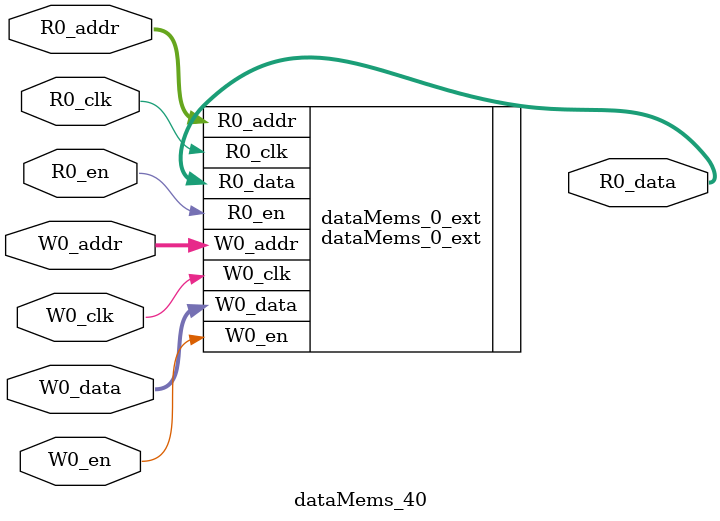
<source format=sv>
`ifndef RANDOMIZE
  `ifdef RANDOMIZE_REG_INIT
    `define RANDOMIZE
  `endif // RANDOMIZE_REG_INIT
`endif // not def RANDOMIZE
`ifndef RANDOMIZE
  `ifdef RANDOMIZE_MEM_INIT
    `define RANDOMIZE
  `endif // RANDOMIZE_MEM_INIT
`endif // not def RANDOMIZE

`ifndef RANDOM
  `define RANDOM $random
`endif // not def RANDOM

// Users can define 'PRINTF_COND' to add an extra gate to prints.
`ifndef PRINTF_COND_
  `ifdef PRINTF_COND
    `define PRINTF_COND_ (`PRINTF_COND)
  `else  // PRINTF_COND
    `define PRINTF_COND_ 1
  `endif // PRINTF_COND
`endif // not def PRINTF_COND_

// Users can define 'ASSERT_VERBOSE_COND' to add an extra gate to assert error printing.
`ifndef ASSERT_VERBOSE_COND_
  `ifdef ASSERT_VERBOSE_COND
    `define ASSERT_VERBOSE_COND_ (`ASSERT_VERBOSE_COND)
  `else  // ASSERT_VERBOSE_COND
    `define ASSERT_VERBOSE_COND_ 1
  `endif // ASSERT_VERBOSE_COND
`endif // not def ASSERT_VERBOSE_COND_

// Users can define 'STOP_COND' to add an extra gate to stop conditions.
`ifndef STOP_COND_
  `ifdef STOP_COND
    `define STOP_COND_ (`STOP_COND)
  `else  // STOP_COND
    `define STOP_COND_ 1
  `endif // STOP_COND
`endif // not def STOP_COND_

// Users can define INIT_RANDOM as general code that gets injected into the
// initializer block for modules with registers.
`ifndef INIT_RANDOM
  `define INIT_RANDOM
`endif // not def INIT_RANDOM

// If using random initialization, you can also define RANDOMIZE_DELAY to
// customize the delay used, otherwise 0.002 is used.
`ifndef RANDOMIZE_DELAY
  `define RANDOMIZE_DELAY 0.002
`endif // not def RANDOMIZE_DELAY

// Define INIT_RANDOM_PROLOG_ for use in our modules below.
`ifndef INIT_RANDOM_PROLOG_
  `ifdef RANDOMIZE
    `ifdef VERILATOR
      `define INIT_RANDOM_PROLOG_ `INIT_RANDOM
    `else  // VERILATOR
      `define INIT_RANDOM_PROLOG_ `INIT_RANDOM #`RANDOMIZE_DELAY begin end
    `endif // VERILATOR
  `else  // RANDOMIZE
    `define INIT_RANDOM_PROLOG_
  `endif // RANDOMIZE
`endif // not def INIT_RANDOM_PROLOG_

// Include register initializers in init blocks unless synthesis is set
`ifndef SYNTHESIS
  `ifndef ENABLE_INITIAL_REG_
    `define ENABLE_INITIAL_REG_
  `endif // not def ENABLE_INITIAL_REG_
`endif // not def SYNTHESIS

// Include rmemory initializers in init blocks unless synthesis is set
`ifndef SYNTHESIS
  `ifndef ENABLE_INITIAL_MEM_
    `define ENABLE_INITIAL_MEM_
  `endif // not def ENABLE_INITIAL_MEM_
`endif // not def SYNTHESIS

module dataMems_40(	// @[generators/ara/src/main/scala/UnsafeAXI4ToTL.scala:365:62]
  input  [4:0]   R0_addr,
  input          R0_en,
  input          R0_clk,
  output [514:0] R0_data,
  input  [4:0]   W0_addr,
  input          W0_en,
  input          W0_clk,
  input  [514:0] W0_data
);

  dataMems_0_ext dataMems_0_ext (	// @[generators/ara/src/main/scala/UnsafeAXI4ToTL.scala:365:62]
    .R0_addr (R0_addr),
    .R0_en   (R0_en),
    .R0_clk  (R0_clk),
    .R0_data (R0_data),
    .W0_addr (W0_addr),
    .W0_en   (W0_en),
    .W0_clk  (W0_clk),
    .W0_data (W0_data)
  );
endmodule


</source>
